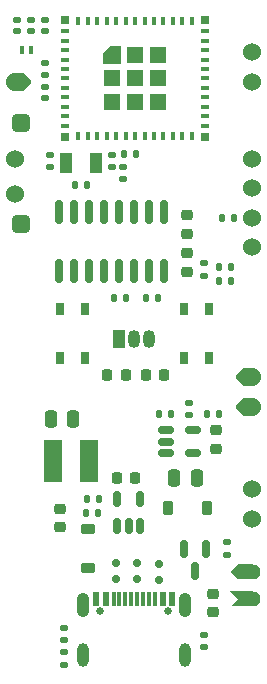
<source format=gbr>
%TF.GenerationSoftware,KiCad,Pcbnew,9.0.1*%
%TF.CreationDate,2025-04-24T12:06:56+02:00*%
%TF.ProjectId,crimpdeq,6372696d-7064-4657-912e-6b696361645f,rev?*%
%TF.SameCoordinates,Original*%
%TF.FileFunction,Soldermask,Top*%
%TF.FilePolarity,Negative*%
%FSLAX46Y46*%
G04 Gerber Fmt 4.6, Leading zero omitted, Abs format (unit mm)*
G04 Created by KiCad (PCBNEW 9.0.1) date 2025-04-24 12:06:56*
%MOMM*%
%LPD*%
G01*
G04 APERTURE LIST*
G04 Aperture macros list*
%AMRoundRect*
0 Rectangle with rounded corners*
0 $1 Rounding radius*
0 $2 $3 $4 $5 $6 $7 $8 $9 X,Y pos of 4 corners*
0 Add a 4 corners polygon primitive as box body*
4,1,4,$2,$3,$4,$5,$6,$7,$8,$9,$2,$3,0*
0 Add four circle primitives for the rounded corners*
1,1,$1+$1,$2,$3*
1,1,$1+$1,$4,$5*
1,1,$1+$1,$6,$7*
1,1,$1+$1,$8,$9*
0 Add four rect primitives between the rounded corners*
20,1,$1+$1,$2,$3,$4,$5,0*
20,1,$1+$1,$4,$5,$6,$7,0*
20,1,$1+$1,$6,$7,$8,$9,0*
20,1,$1+$1,$8,$9,$2,$3,0*%
%AMFreePoly0*
4,1,6,0.725000,-0.725000,-0.725000,-0.725000,-0.725000,0.125000,-0.125000,0.725000,0.725000,0.725000,0.725000,-0.725000,0.725000,-0.725000,$1*%
%AMFreePoly1*
4,1,31,0.703661,0.741839,0.724803,0.724803,1.359803,0.089803,1.394098,0.026996,1.388993,-0.044382,1.359803,-0.089803,0.724803,-0.724803,0.661996,-0.759098,0.635000,-0.762000,0.000000,-0.762000,-0.012495,-0.758331,-0.074689,-0.758331,-0.221197,-0.729189,-0.359204,-0.672024,-0.483408,-0.589034,-0.589034,-0.483408,-0.672024,-0.359204,-0.729189,-0.221197,-0.758331,-0.074689,-0.758331,0.074689,
-0.729189,0.221197,-0.672024,0.359204,-0.589034,0.483408,-0.483408,0.589034,-0.359204,0.672024,-0.221197,0.729189,-0.074689,0.758331,-0.016866,0.758331,0.000000,0.762000,0.635000,0.762000,0.703661,0.741839,0.703661,0.741839,$1*%
%AMFreePoly2*
4,1,31,0.012495,0.758331,0.074689,0.758331,0.221197,0.729189,0.359204,0.672024,0.483408,0.589034,0.589034,0.483408,0.672024,0.359204,0.729189,0.221197,0.758331,0.074689,0.758331,-0.074689,0.729189,-0.221197,0.672024,-0.359204,0.589034,-0.483408,0.483408,-0.589034,0.359204,-0.672024,0.221197,-0.729189,0.074689,-0.758331,0.016866,-0.758331,0.000000,-0.762000,-0.635000,-0.762000,
-0.703661,-0.741839,-0.724803,-0.724803,-1.359803,-0.089803,-1.394098,-0.026996,-1.388993,0.044382,-1.359803,0.089803,-0.724803,0.724803,-0.661996,0.759098,-0.635000,0.762000,0.000000,0.762000,0.012495,0.758331,0.012495,0.758331,$1*%
%AMFreePoly3*
4,1,24,0.635000,0.000000,0.631942,0.000000,0.631942,-0.062241,0.607657,-0.184331,0.560020,-0.299337,0.490862,-0.402840,0.402840,-0.490862,0.299337,-0.560020,0.184331,-0.607657,0.062241,-0.631942,-0.062241,-0.631942,-0.184331,-0.607657,-0.299337,-0.560020,-0.402840,-0.490862,-0.490862,-0.402840,-0.560020,-0.299337,-0.607657,-0.184331,-0.631942,-0.062241,-0.631942,0.000000,-0.635000,0.000000,
-0.635000,1.905000,0.000000,1.270000,0.635000,1.905000,0.635000,0.000000,0.635000,0.000000,$1*%
%AMFreePoly4*
4,1,24,0.635000,1.270000,0.635000,0.000000,0.631942,0.000000,0.631942,-0.062241,0.607657,-0.184331,0.560020,-0.299337,0.490862,-0.402840,0.402840,-0.490862,0.299337,-0.560020,0.184331,-0.607657,0.062241,-0.631942,-0.062241,-0.631942,-0.184331,-0.607657,-0.299337,-0.560020,-0.402840,-0.490862,-0.490862,-0.402840,-0.560020,-0.299337,-0.607657,-0.184331,-0.631942,-0.062241,-0.631942,0.000000,
-0.635000,0.000000,-0.635000,1.270000,0.000000,1.905000,0.635000,1.270000,0.635000,1.270000,$1*%
G04 Aperture macros list end*
%ADD10RoundRect,0.135000X-0.135000X-0.185000X0.135000X-0.185000X0.135000X0.185000X-0.135000X0.185000X0*%
%ADD11RoundRect,0.150000X-0.200000X0.150000X-0.200000X-0.150000X0.200000X-0.150000X0.200000X0.150000X0*%
%ADD12RoundRect,0.250000X-0.250000X-0.475000X0.250000X-0.475000X0.250000X0.475000X-0.250000X0.475000X0*%
%ADD13RoundRect,0.218750X-0.256250X0.218750X-0.256250X-0.218750X0.256250X-0.218750X0.256250X0.218750X0*%
%ADD14RoundRect,0.140000X0.170000X-0.140000X0.170000X0.140000X-0.170000X0.140000X-0.170000X-0.140000X0*%
%ADD15RoundRect,0.150000X-0.512500X-0.150000X0.512500X-0.150000X0.512500X0.150000X-0.512500X0.150000X0*%
%ADD16RoundRect,0.225000X-0.250000X0.225000X-0.250000X-0.225000X0.250000X-0.225000X0.250000X0.225000X0*%
%ADD17RoundRect,0.225000X-0.225000X-0.250000X0.225000X-0.250000X0.225000X0.250000X-0.225000X0.250000X0*%
%ADD18RoundRect,0.135000X-0.185000X0.135000X-0.185000X-0.135000X0.185000X-0.135000X0.185000X0.135000X0*%
%ADD19RoundRect,0.225000X0.250000X-0.225000X0.250000X0.225000X-0.250000X0.225000X-0.250000X-0.225000X0*%
%ADD20RoundRect,0.140000X-0.170000X0.140000X-0.170000X-0.140000X0.170000X-0.140000X0.170000X0.140000X0*%
%ADD21RoundRect,0.150000X-0.150000X0.587500X-0.150000X-0.587500X0.150000X-0.587500X0.150000X0.587500X0*%
%ADD22R,0.650000X1.050000*%
%ADD23RoundRect,0.135000X0.135000X0.185000X-0.135000X0.185000X-0.135000X-0.185000X0.135000X-0.185000X0*%
%ADD24RoundRect,0.225000X0.225000X0.375000X-0.225000X0.375000X-0.225000X-0.375000X0.225000X-0.375000X0*%
%ADD25RoundRect,0.150000X0.150000X-0.512500X0.150000X0.512500X-0.150000X0.512500X-0.150000X-0.512500X0*%
%ADD26RoundRect,0.135000X0.185000X-0.135000X0.185000X0.135000X-0.185000X0.135000X-0.185000X-0.135000X0*%
%ADD27R,0.800000X0.400000*%
%ADD28R,0.400000X0.800000*%
%ADD29FreePoly0,0.000000*%
%ADD30R,1.450000X1.450000*%
%ADD31R,0.700000X0.700000*%
%ADD32R,1.500000X3.600000*%
%ADD33R,1.050000X1.500000*%
%ADD34O,1.050000X1.500000*%
%ADD35R,1.000000X1.800000*%
%ADD36RoundRect,0.250000X0.250000X0.475000X-0.250000X0.475000X-0.250000X-0.475000X0.250000X-0.475000X0*%
%ADD37RoundRect,0.225000X-0.375000X0.225000X-0.375000X-0.225000X0.375000X-0.225000X0.375000X0.225000X0*%
%ADD38RoundRect,0.140000X0.140000X0.170000X-0.140000X0.170000X-0.140000X-0.170000X0.140000X-0.170000X0*%
%ADD39FreePoly1,0.000000*%
%ADD40RoundRect,0.381000X-0.381000X-0.381000X0.381000X-0.381000X0.381000X0.381000X-0.381000X0.381000X0*%
%ADD41C,1.524000*%
%ADD42FreePoly2,0.000000*%
%ADD43FreePoly3,90.000000*%
%ADD44FreePoly4,90.000000*%
%ADD45RoundRect,0.050000X0.150000X0.300000X-0.150000X0.300000X-0.150000X-0.300000X0.150000X-0.300000X0*%
%ADD46RoundRect,0.150000X0.150000X-0.850000X0.150000X0.850000X-0.150000X0.850000X-0.150000X-0.850000X0*%
%ADD47C,0.650000*%
%ADD48R,0.600000X1.150000*%
%ADD49R,0.300000X1.150000*%
%ADD50O,1.050000X2.100000*%
%ADD51O,1.000000X2.000000*%
G04 APERTURE END LIST*
D10*
%TO.C,R8*%
X148180000Y-70200000D03*
X149200000Y-70200000D03*
%TD*%
D11*
%TO.C,D10*%
X141000000Y-100800000D03*
X141000000Y-99400000D03*
%TD*%
D12*
%TO.C,C17*%
X133650000Y-87200000D03*
X135550000Y-87200000D03*
%TD*%
D13*
%TO.C,D1*%
X134400000Y-94812500D03*
X134400000Y-96387500D03*
%TD*%
D14*
%TO.C,C7*%
X133600000Y-65880000D03*
X133600000Y-64920000D03*
%TD*%
D11*
%TO.C,D9*%
X142800000Y-100900000D03*
X142800000Y-99500000D03*
%TD*%
D15*
%TO.C,U6*%
X143450000Y-88200000D03*
X143450000Y-89150000D03*
X143450000Y-90100000D03*
X145725000Y-90100000D03*
X145725000Y-88200000D03*
%TD*%
D11*
%TO.C,D7*%
X139200000Y-100800000D03*
X139200000Y-99400000D03*
%TD*%
D16*
%TO.C,C16*%
X147650000Y-88200000D03*
X147650000Y-89750000D03*
%TD*%
D17*
%TO.C,C10*%
X141725000Y-83500000D03*
X143275000Y-83500000D03*
%TD*%
D10*
%TO.C,R6*%
X141690000Y-77000000D03*
X142710000Y-77000000D03*
%TD*%
D16*
%TO.C,C11*%
X145200000Y-70000000D03*
X145200000Y-71550000D03*
%TD*%
D18*
%TO.C,R19*%
X134800000Y-104890000D03*
X134800000Y-105910000D03*
%TD*%
D19*
%TO.C,C12*%
X145200000Y-74750000D03*
X145200000Y-73200000D03*
%TD*%
D20*
%TO.C,C3*%
X133200000Y-59120000D03*
X133200000Y-60080000D03*
%TD*%
D10*
%TO.C,R11*%
X139890000Y-64800000D03*
X140910000Y-64800000D03*
%TD*%
D21*
%TO.C,Q2*%
X146800000Y-98262500D03*
X144900000Y-98262500D03*
X145850000Y-100137500D03*
%TD*%
D22*
%TO.C,SW2*%
X144925000Y-82075000D03*
X144925000Y-77925000D03*
X147075000Y-82075000D03*
X147075000Y-77925000D03*
%TD*%
D14*
%TO.C,C1*%
X133200000Y-54400000D03*
X133200000Y-53440000D03*
%TD*%
%TO.C,C4*%
X130800000Y-54400000D03*
X130800000Y-53440000D03*
%TD*%
D23*
%TO.C,R15*%
X147870000Y-86800000D03*
X146850000Y-86800000D03*
%TD*%
D24*
%TO.C,D2*%
X146850000Y-94800000D03*
X143550000Y-94800000D03*
%TD*%
D25*
%TO.C,U2*%
X139300000Y-96275000D03*
X140250000Y-96275000D03*
X141200000Y-96275000D03*
X141200000Y-94000000D03*
X139300000Y-94000000D03*
%TD*%
D18*
%TO.C,R9*%
X148600000Y-97690000D03*
X148600000Y-98710000D03*
%TD*%
D23*
%TO.C,R10*%
X148910000Y-74375000D03*
X147890000Y-74375000D03*
%TD*%
D18*
%TO.C,R18*%
X146600000Y-105490000D03*
X146600000Y-106510000D03*
%TD*%
D26*
%TO.C,R17*%
X134800000Y-108020000D03*
X134800000Y-107000000D03*
%TD*%
D27*
%TO.C,U1*%
X134900000Y-54400000D03*
X134900000Y-55200000D03*
X134900000Y-56000000D03*
X134900000Y-56800000D03*
X134900000Y-57600000D03*
X134900000Y-58400000D03*
X134900000Y-59200000D03*
X134900000Y-60000000D03*
X134900000Y-60800000D03*
X134900000Y-61600000D03*
X134900000Y-62400000D03*
D28*
X136000000Y-63300000D03*
X136800000Y-63300000D03*
X137600000Y-63300000D03*
X138400000Y-63300000D03*
X139200000Y-63300000D03*
X140000000Y-63300000D03*
X140800000Y-63300000D03*
X141600000Y-63300000D03*
X142400000Y-63300000D03*
X143200000Y-63300000D03*
X144000000Y-63300000D03*
X144800000Y-63300000D03*
X145600000Y-63300000D03*
D27*
X146700000Y-62400000D03*
X146700000Y-61600000D03*
X146700000Y-60800000D03*
X146700000Y-60000000D03*
X146700000Y-59200000D03*
X146700000Y-58400000D03*
X146700000Y-57600000D03*
X146700000Y-56800000D03*
X146700000Y-56000000D03*
X146700000Y-55200000D03*
X146700000Y-54400000D03*
D28*
X145600000Y-53500000D03*
X144800000Y-53500000D03*
X144000000Y-53500000D03*
X143200000Y-53500000D03*
X142400000Y-53500000D03*
X141600000Y-53500000D03*
X140800000Y-53500000D03*
X140000000Y-53500000D03*
X139200000Y-53500000D03*
X138400000Y-53500000D03*
X137600000Y-53500000D03*
X136800000Y-53500000D03*
X136000000Y-53500000D03*
D29*
X138825000Y-56425000D03*
D30*
X138825000Y-58400000D03*
X138825000Y-60375000D03*
X140800000Y-56425000D03*
X140800000Y-58400000D03*
X140800000Y-60375000D03*
X142775000Y-56425000D03*
X142775000Y-58400000D03*
X142775000Y-60375000D03*
D31*
X146750000Y-53450000D03*
X146750000Y-63350000D03*
X134850000Y-63350000D03*
X134850000Y-53450000D03*
%TD*%
D23*
%TO.C,R3*%
X137620000Y-95200000D03*
X136600000Y-95200000D03*
%TD*%
D32*
%TO.C,L1*%
X136925000Y-90800000D03*
X133875000Y-90800000D03*
%TD*%
D14*
%TO.C,C2*%
X132000000Y-54400000D03*
X132000000Y-53440000D03*
%TD*%
D26*
%TO.C,R16*%
X145340000Y-86910000D03*
X145340000Y-85890000D03*
%TD*%
D33*
%TO.C,Q1*%
X139460000Y-80500000D03*
D34*
X140730000Y-80500000D03*
X142000000Y-80500000D03*
%TD*%
D26*
%TO.C,R12*%
X139800000Y-66910000D03*
X139800000Y-65890000D03*
%TD*%
D20*
%TO.C,C8*%
X138800000Y-64920000D03*
X138800000Y-65880000D03*
%TD*%
D18*
%TO.C,R1*%
X133200000Y-57090000D03*
X133200000Y-58110000D03*
%TD*%
D23*
%TO.C,R14*%
X143850000Y-86800000D03*
X142830000Y-86800000D03*
%TD*%
D35*
%TO.C,Y1*%
X134950000Y-65600000D03*
X137450000Y-65600000D03*
%TD*%
D26*
%TO.C,R7*%
X146600000Y-75085000D03*
X146600000Y-74065000D03*
%TD*%
D17*
%TO.C,C9*%
X138450000Y-83500000D03*
X140000000Y-83500000D03*
%TD*%
%TO.C,C5*%
X139225000Y-92200000D03*
X140775000Y-92200000D03*
%TD*%
D36*
%TO.C,C15*%
X146000000Y-92200000D03*
X144100000Y-92200000D03*
%TD*%
D16*
%TO.C,C6*%
X147400000Y-102025000D03*
X147400000Y-103575000D03*
%TD*%
D37*
%TO.C,D8*%
X136800000Y-96550000D03*
X136800000Y-99850000D03*
%TD*%
D22*
%TO.C,SW1*%
X134425000Y-82075000D03*
X134425000Y-77925000D03*
X136575000Y-82075000D03*
X136575000Y-77925000D03*
%TD*%
D38*
%TO.C,C14*%
X148880000Y-75575000D03*
X147920000Y-75575000D03*
%TD*%
D10*
%TO.C,R2*%
X136690000Y-94000000D03*
X137710000Y-94000000D03*
%TD*%
D39*
%TO.C,U4*%
X130660000Y-58685000D03*
D40*
X131160000Y-62185000D03*
D41*
X130660000Y-65185000D03*
X150660000Y-65185000D03*
X150660000Y-67685000D03*
X150660000Y-56185000D03*
X150660000Y-58685000D03*
X150660000Y-93185000D03*
X150660000Y-95685000D03*
D42*
X150660000Y-86185000D03*
X150660000Y-83685000D03*
D41*
X150660000Y-72685000D03*
X150660000Y-70185000D03*
D40*
X131160000Y-70685000D03*
D41*
X130660000Y-68185000D03*
D43*
X150820000Y-102450000D03*
D44*
X150820000Y-100185000D03*
%TD*%
D45*
%TO.C,D3*%
X131950000Y-56000000D03*
X131250000Y-56000000D03*
%TD*%
D10*
%TO.C,R5*%
X138980000Y-77000000D03*
X140000000Y-77000000D03*
%TD*%
D46*
%TO.C,U3*%
X134355000Y-74700000D03*
X135625000Y-74700000D03*
X136895000Y-74700000D03*
X138165000Y-74700000D03*
X139435000Y-74700000D03*
X140705000Y-74700000D03*
X141975000Y-74700000D03*
X143245000Y-74700000D03*
X143245000Y-69700000D03*
X141975000Y-69700000D03*
X140705000Y-69700000D03*
X139435000Y-69700000D03*
X138165000Y-69700000D03*
X136895000Y-69700000D03*
X135625000Y-69700000D03*
X134355000Y-69700000D03*
%TD*%
D10*
%TO.C,R4*%
X135690000Y-67400000D03*
X136710000Y-67400000D03*
%TD*%
D47*
%TO.C,J2*%
X137830000Y-103520000D03*
X143610000Y-103520000D03*
D48*
X137520000Y-102445000D03*
X138320000Y-102445000D03*
D49*
X139470000Y-102445000D03*
X140470000Y-102445000D03*
X140970000Y-102445000D03*
X141970000Y-102445000D03*
D48*
X143920000Y-102445000D03*
X143120000Y-102445000D03*
D49*
X142470000Y-102445000D03*
X141470000Y-102445000D03*
X139970000Y-102445000D03*
X138970000Y-102445000D03*
D50*
X136400000Y-103020000D03*
D51*
X136400000Y-107200000D03*
X145040000Y-107200000D03*
D50*
X145040000Y-103020000D03*
%TD*%
M02*

</source>
